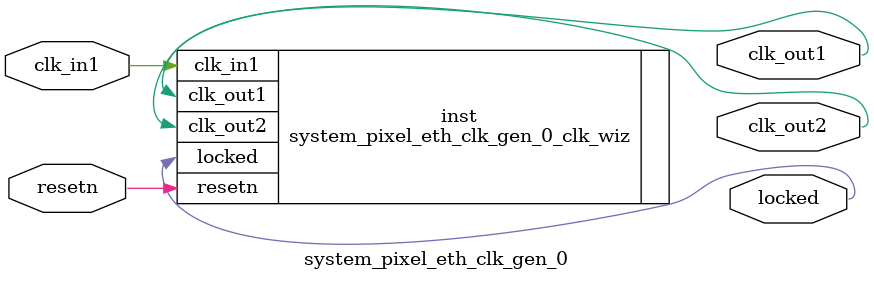
<source format=v>


`timescale 1ps/1ps

(* CORE_GENERATION_INFO = "system_pixel_eth_clk_gen_0,clk_wiz_v5_3_3_0,{component_name=system_pixel_eth_clk_gen_0,use_phase_alignment=true,use_min_o_jitter=false,use_max_i_jitter=false,use_dyn_phase_shift=false,use_inclk_switchover=false,use_dyn_reconfig=false,enable_axi=0,feedback_source=FDBK_AUTO,PRIMITIVE=MMCM,num_out_clk=2,clkin1_period=10.0,clkin2_period=10.0,use_power_down=false,use_reset=true,use_locked=true,use_inclk_stopped=false,feedback_type=SINGLE,CLOCK_MGR_TYPE=NA,manual_override=false}" *)

module system_pixel_eth_clk_gen_0 
 (
  // Clock out ports
  output        clk_out1,
  output        clk_out2,
  // Status and control signals
  input         resetn,
  output        locked,
 // Clock in ports
  input         clk_in1
 );

  system_pixel_eth_clk_gen_0_clk_wiz inst
  (
  // Clock out ports  
  .clk_out1(clk_out1),
  .clk_out2(clk_out2),
  // Status and control signals               
  .resetn(resetn), 
  .locked(locked),
 // Clock in ports
  .clk_in1(clk_in1)
  );

endmodule

</source>
